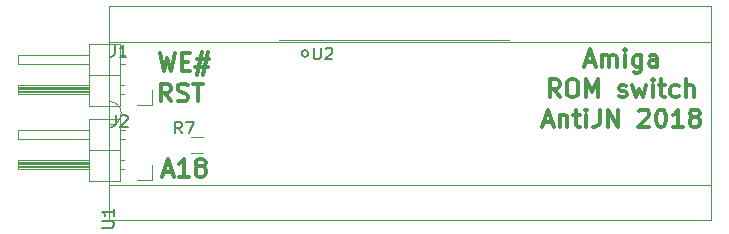
<source format=gbr>
G04 #@! TF.FileFunction,Legend,Top*
%FSLAX46Y46*%
G04 Gerber Fmt 4.6, Leading zero omitted, Abs format (unit mm)*
G04 Created by KiCad (PCBNEW 4.0.7) date 04/07/18 18:45:30*
%MOMM*%
%LPD*%
G01*
G04 APERTURE LIST*
%ADD10C,0.100000*%
%ADD11C,0.300000*%
%ADD12C,0.200000*%
%ADD13C,0.120000*%
%ADD14C,0.150000*%
G04 APERTURE END LIST*
D10*
D11*
X125404786Y-95817500D02*
X126119072Y-95817500D01*
X125261929Y-96246071D02*
X125761929Y-94746071D01*
X126261929Y-96246071D01*
X127547643Y-96246071D02*
X126690500Y-96246071D01*
X127119072Y-96246071D02*
X127119072Y-94746071D01*
X126976215Y-94960357D01*
X126833357Y-95103214D01*
X126690500Y-95174643D01*
X128404786Y-95388929D02*
X128261928Y-95317500D01*
X128190500Y-95246071D01*
X128119071Y-95103214D01*
X128119071Y-95031786D01*
X128190500Y-94888929D01*
X128261928Y-94817500D01*
X128404786Y-94746071D01*
X128690500Y-94746071D01*
X128833357Y-94817500D01*
X128904786Y-94888929D01*
X128976214Y-95031786D01*
X128976214Y-95103214D01*
X128904786Y-95246071D01*
X128833357Y-95317500D01*
X128690500Y-95388929D01*
X128404786Y-95388929D01*
X128261928Y-95460357D01*
X128190500Y-95531786D01*
X128119071Y-95674643D01*
X128119071Y-95960357D01*
X128190500Y-96103214D01*
X128261928Y-96174643D01*
X128404786Y-96246071D01*
X128690500Y-96246071D01*
X128833357Y-96174643D01*
X128904786Y-96103214D01*
X128976214Y-95960357D01*
X128976214Y-95674643D01*
X128904786Y-95531786D01*
X128833357Y-95460357D01*
X128690500Y-95388929D01*
X126026172Y-89883371D02*
X125526172Y-89169086D01*
X125169029Y-89883371D02*
X125169029Y-88383371D01*
X125740457Y-88383371D01*
X125883315Y-88454800D01*
X125954743Y-88526229D01*
X126026172Y-88669086D01*
X126026172Y-88883371D01*
X125954743Y-89026229D01*
X125883315Y-89097657D01*
X125740457Y-89169086D01*
X125169029Y-89169086D01*
X126597600Y-89811943D02*
X126811886Y-89883371D01*
X127169029Y-89883371D01*
X127311886Y-89811943D01*
X127383315Y-89740514D01*
X127454743Y-89597657D01*
X127454743Y-89454800D01*
X127383315Y-89311943D01*
X127311886Y-89240514D01*
X127169029Y-89169086D01*
X126883315Y-89097657D01*
X126740457Y-89026229D01*
X126669029Y-88954800D01*
X126597600Y-88811943D01*
X126597600Y-88669086D01*
X126669029Y-88526229D01*
X126740457Y-88454800D01*
X126883315Y-88383371D01*
X127240457Y-88383371D01*
X127454743Y-88454800D01*
X127883314Y-88383371D02*
X128740457Y-88383371D01*
X128311886Y-89883371D02*
X128311886Y-88383371D01*
X125080972Y-85817971D02*
X125438115Y-87317971D01*
X125723829Y-86246543D01*
X126009543Y-87317971D01*
X126366686Y-85817971D01*
X126938115Y-86532257D02*
X127438115Y-86532257D01*
X127652401Y-87317971D02*
X126938115Y-87317971D01*
X126938115Y-85817971D01*
X127652401Y-85817971D01*
X128223829Y-86317971D02*
X129295258Y-86317971D01*
X128652401Y-85675114D02*
X128223829Y-87603686D01*
X129152401Y-86960829D02*
X128080972Y-86960829D01*
X128723829Y-87603686D02*
X129152401Y-85675114D01*
X161139571Y-86536500D02*
X161853857Y-86536500D01*
X160996714Y-86965071D02*
X161496714Y-85465071D01*
X161996714Y-86965071D01*
X162496714Y-86965071D02*
X162496714Y-85965071D01*
X162496714Y-86107929D02*
X162568142Y-86036500D01*
X162711000Y-85965071D01*
X162925285Y-85965071D01*
X163068142Y-86036500D01*
X163139571Y-86179357D01*
X163139571Y-86965071D01*
X163139571Y-86179357D02*
X163211000Y-86036500D01*
X163353857Y-85965071D01*
X163568142Y-85965071D01*
X163711000Y-86036500D01*
X163782428Y-86179357D01*
X163782428Y-86965071D01*
X164496714Y-86965071D02*
X164496714Y-85965071D01*
X164496714Y-85465071D02*
X164425285Y-85536500D01*
X164496714Y-85607929D01*
X164568142Y-85536500D01*
X164496714Y-85465071D01*
X164496714Y-85607929D01*
X165853857Y-85965071D02*
X165853857Y-87179357D01*
X165782428Y-87322214D01*
X165711000Y-87393643D01*
X165568143Y-87465071D01*
X165353857Y-87465071D01*
X165211000Y-87393643D01*
X165853857Y-86893643D02*
X165711000Y-86965071D01*
X165425286Y-86965071D01*
X165282428Y-86893643D01*
X165211000Y-86822214D01*
X165139571Y-86679357D01*
X165139571Y-86250786D01*
X165211000Y-86107929D01*
X165282428Y-86036500D01*
X165425286Y-85965071D01*
X165711000Y-85965071D01*
X165853857Y-86036500D01*
X167211000Y-86965071D02*
X167211000Y-86179357D01*
X167139571Y-86036500D01*
X166996714Y-85965071D01*
X166711000Y-85965071D01*
X166568143Y-86036500D01*
X167211000Y-86893643D02*
X167068143Y-86965071D01*
X166711000Y-86965071D01*
X166568143Y-86893643D01*
X166496714Y-86750786D01*
X166496714Y-86607929D01*
X166568143Y-86465071D01*
X166711000Y-86393643D01*
X167068143Y-86393643D01*
X167211000Y-86322214D01*
X158961000Y-89515071D02*
X158461000Y-88800786D01*
X158103857Y-89515071D02*
X158103857Y-88015071D01*
X158675285Y-88015071D01*
X158818143Y-88086500D01*
X158889571Y-88157929D01*
X158961000Y-88300786D01*
X158961000Y-88515071D01*
X158889571Y-88657929D01*
X158818143Y-88729357D01*
X158675285Y-88800786D01*
X158103857Y-88800786D01*
X159889571Y-88015071D02*
X160175285Y-88015071D01*
X160318143Y-88086500D01*
X160461000Y-88229357D01*
X160532428Y-88515071D01*
X160532428Y-89015071D01*
X160461000Y-89300786D01*
X160318143Y-89443643D01*
X160175285Y-89515071D01*
X159889571Y-89515071D01*
X159746714Y-89443643D01*
X159603857Y-89300786D01*
X159532428Y-89015071D01*
X159532428Y-88515071D01*
X159603857Y-88229357D01*
X159746714Y-88086500D01*
X159889571Y-88015071D01*
X161175286Y-89515071D02*
X161175286Y-88015071D01*
X161675286Y-89086500D01*
X162175286Y-88015071D01*
X162175286Y-89515071D01*
X163961000Y-89443643D02*
X164103857Y-89515071D01*
X164389572Y-89515071D01*
X164532429Y-89443643D01*
X164603857Y-89300786D01*
X164603857Y-89229357D01*
X164532429Y-89086500D01*
X164389572Y-89015071D01*
X164175286Y-89015071D01*
X164032429Y-88943643D01*
X163961000Y-88800786D01*
X163961000Y-88729357D01*
X164032429Y-88586500D01*
X164175286Y-88515071D01*
X164389572Y-88515071D01*
X164532429Y-88586500D01*
X165103858Y-88515071D02*
X165389572Y-89515071D01*
X165675286Y-88800786D01*
X165961001Y-89515071D01*
X166246715Y-88515071D01*
X166818144Y-89515071D02*
X166818144Y-88515071D01*
X166818144Y-88015071D02*
X166746715Y-88086500D01*
X166818144Y-88157929D01*
X166889572Y-88086500D01*
X166818144Y-88015071D01*
X166818144Y-88157929D01*
X167318144Y-88515071D02*
X167889573Y-88515071D01*
X167532430Y-88015071D02*
X167532430Y-89300786D01*
X167603858Y-89443643D01*
X167746716Y-89515071D01*
X167889573Y-89515071D01*
X169032430Y-89443643D02*
X168889573Y-89515071D01*
X168603859Y-89515071D01*
X168461001Y-89443643D01*
X168389573Y-89372214D01*
X168318144Y-89229357D01*
X168318144Y-88800786D01*
X168389573Y-88657929D01*
X168461001Y-88586500D01*
X168603859Y-88515071D01*
X168889573Y-88515071D01*
X169032430Y-88586500D01*
X169675287Y-89515071D02*
X169675287Y-88015071D01*
X170318144Y-89515071D02*
X170318144Y-88729357D01*
X170246715Y-88586500D01*
X170103858Y-88515071D01*
X169889573Y-88515071D01*
X169746715Y-88586500D01*
X169675287Y-88657929D01*
X157603858Y-91636500D02*
X158318144Y-91636500D01*
X157461001Y-92065071D02*
X157961001Y-90565071D01*
X158461001Y-92065071D01*
X158961001Y-91065071D02*
X158961001Y-92065071D01*
X158961001Y-91207929D02*
X159032429Y-91136500D01*
X159175287Y-91065071D01*
X159389572Y-91065071D01*
X159532429Y-91136500D01*
X159603858Y-91279357D01*
X159603858Y-92065071D01*
X160103858Y-91065071D02*
X160675287Y-91065071D01*
X160318144Y-90565071D02*
X160318144Y-91850786D01*
X160389572Y-91993643D01*
X160532430Y-92065071D01*
X160675287Y-92065071D01*
X161175287Y-92065071D02*
X161175287Y-91065071D01*
X161175287Y-90565071D02*
X161103858Y-90636500D01*
X161175287Y-90707929D01*
X161246715Y-90636500D01*
X161175287Y-90565071D01*
X161175287Y-90707929D01*
X162318144Y-90565071D02*
X162318144Y-91636500D01*
X162246716Y-91850786D01*
X162103859Y-91993643D01*
X161889573Y-92065071D01*
X161746716Y-92065071D01*
X163032430Y-92065071D02*
X163032430Y-90565071D01*
X163889573Y-92065071D01*
X163889573Y-90565071D01*
X165675287Y-90707929D02*
X165746716Y-90636500D01*
X165889573Y-90565071D01*
X166246716Y-90565071D01*
X166389573Y-90636500D01*
X166461002Y-90707929D01*
X166532430Y-90850786D01*
X166532430Y-90993643D01*
X166461002Y-91207929D01*
X165603859Y-92065071D01*
X166532430Y-92065071D01*
X167461001Y-90565071D02*
X167603858Y-90565071D01*
X167746715Y-90636500D01*
X167818144Y-90707929D01*
X167889573Y-90850786D01*
X167961001Y-91136500D01*
X167961001Y-91493643D01*
X167889573Y-91779357D01*
X167818144Y-91922214D01*
X167746715Y-91993643D01*
X167603858Y-92065071D01*
X167461001Y-92065071D01*
X167318144Y-91993643D01*
X167246715Y-91922214D01*
X167175287Y-91779357D01*
X167103858Y-91493643D01*
X167103858Y-91136500D01*
X167175287Y-90850786D01*
X167246715Y-90707929D01*
X167318144Y-90636500D01*
X167461001Y-90565071D01*
X169389572Y-92065071D02*
X168532429Y-92065071D01*
X168961001Y-92065071D02*
X168961001Y-90565071D01*
X168818144Y-90779357D01*
X168675286Y-90922214D01*
X168532429Y-90993643D01*
X170246715Y-91207929D02*
X170103857Y-91136500D01*
X170032429Y-91065071D01*
X169961000Y-90922214D01*
X169961000Y-90850786D01*
X170032429Y-90707929D01*
X170103857Y-90636500D01*
X170246715Y-90565071D01*
X170532429Y-90565071D01*
X170675286Y-90636500D01*
X170746715Y-90707929D01*
X170818143Y-90850786D01*
X170818143Y-90922214D01*
X170746715Y-91065071D01*
X170675286Y-91136500D01*
X170532429Y-91207929D01*
X170246715Y-91207929D01*
X170103857Y-91279357D01*
X170032429Y-91350786D01*
X169961000Y-91493643D01*
X169961000Y-91779357D01*
X170032429Y-91922214D01*
X170103857Y-91993643D01*
X170246715Y-92065071D01*
X170532429Y-92065071D01*
X170675286Y-91993643D01*
X170746715Y-91922214D01*
X170818143Y-91779357D01*
X170818143Y-91493643D01*
X170746715Y-91350786D01*
X170675286Y-91279357D01*
X170532429Y-91207929D01*
D12*
X137662307Y-85829140D02*
G75*
G03X137662307Y-85829140I-283867J0D01*
G01*
D13*
X120818600Y-89893900D02*
G75*
G02X120818600Y-91893900I0J-1000000D01*
G01*
X120818600Y-91893900D02*
X120818600Y-96953900D01*
X120818600Y-96953900D02*
X171738600Y-96953900D01*
X171738600Y-96953900D02*
X171738600Y-84833900D01*
X171738600Y-84833900D02*
X120818600Y-84833900D01*
X120818600Y-84833900D02*
X120818600Y-89893900D01*
X120758600Y-99953900D02*
X171798600Y-99953900D01*
X171798600Y-99953900D02*
X171798600Y-81833900D01*
X171798600Y-81833900D02*
X120758600Y-81833900D01*
X120758600Y-81833900D02*
X120758600Y-99953900D01*
X136215000Y-96925000D02*
X154615000Y-96925000D01*
D10*
X154615000Y-84685000D02*
X135215000Y-84685000D01*
D13*
X121750000Y-90230000D02*
X121750000Y-85030000D01*
X121750000Y-85030000D02*
X119090000Y-85030000D01*
X119090000Y-85030000D02*
X119090000Y-90230000D01*
X119090000Y-90230000D02*
X121750000Y-90230000D01*
X119090000Y-89280000D02*
X113090000Y-89280000D01*
X113090000Y-89280000D02*
X113090000Y-88520000D01*
X113090000Y-88520000D02*
X119090000Y-88520000D01*
X119090000Y-89220000D02*
X113090000Y-89220000D01*
X119090000Y-89100000D02*
X113090000Y-89100000D01*
X119090000Y-88980000D02*
X113090000Y-88980000D01*
X119090000Y-88860000D02*
X113090000Y-88860000D01*
X119090000Y-88740000D02*
X113090000Y-88740000D01*
X119090000Y-88620000D02*
X113090000Y-88620000D01*
X122080000Y-89280000D02*
X121750000Y-89280000D01*
X122080000Y-88520000D02*
X121750000Y-88520000D01*
X121750000Y-87630000D02*
X119090000Y-87630000D01*
X119090000Y-86740000D02*
X113090000Y-86740000D01*
X113090000Y-86740000D02*
X113090000Y-85980000D01*
X113090000Y-85980000D02*
X119090000Y-85980000D01*
X122147071Y-86740000D02*
X121750000Y-86740000D01*
X122147071Y-85980000D02*
X121750000Y-85980000D01*
X124460000Y-88900000D02*
X124460000Y-90170000D01*
X124460000Y-90170000D02*
X123190000Y-90170000D01*
X121750000Y-96580000D02*
X121750000Y-91380000D01*
X121750000Y-91380000D02*
X119090000Y-91380000D01*
X119090000Y-91380000D02*
X119090000Y-96580000D01*
X119090000Y-96580000D02*
X121750000Y-96580000D01*
X119090000Y-95630000D02*
X113090000Y-95630000D01*
X113090000Y-95630000D02*
X113090000Y-94870000D01*
X113090000Y-94870000D02*
X119090000Y-94870000D01*
X119090000Y-95570000D02*
X113090000Y-95570000D01*
X119090000Y-95450000D02*
X113090000Y-95450000D01*
X119090000Y-95330000D02*
X113090000Y-95330000D01*
X119090000Y-95210000D02*
X113090000Y-95210000D01*
X119090000Y-95090000D02*
X113090000Y-95090000D01*
X119090000Y-94970000D02*
X113090000Y-94970000D01*
X122080000Y-95630000D02*
X121750000Y-95630000D01*
X122080000Y-94870000D02*
X121750000Y-94870000D01*
X121750000Y-93980000D02*
X119090000Y-93980000D01*
X119090000Y-93090000D02*
X113090000Y-93090000D01*
X113090000Y-93090000D02*
X113090000Y-92330000D01*
X113090000Y-92330000D02*
X119090000Y-92330000D01*
X122147071Y-93090000D02*
X121750000Y-93090000D01*
X122147071Y-92330000D02*
X121750000Y-92330000D01*
X124460000Y-95250000D02*
X124460000Y-96520000D01*
X124460000Y-96520000D02*
X123190000Y-96520000D01*
X128706500Y-94215500D02*
X127706500Y-94215500D01*
X127706500Y-92855500D02*
X128706500Y-92855500D01*
D14*
X120203981Y-100558505D02*
X121013505Y-100558505D01*
X121108743Y-100510886D01*
X121156362Y-100463267D01*
X121203981Y-100368029D01*
X121203981Y-100177552D01*
X121156362Y-100082314D01*
X121108743Y-100034695D01*
X121013505Y-99987076D01*
X120203981Y-99987076D01*
X121203981Y-98987076D02*
X121203981Y-99558505D01*
X121203981Y-99272791D02*
X120203981Y-99272791D01*
X120346838Y-99368029D01*
X120442076Y-99463267D01*
X120489695Y-99558505D01*
X138125295Y-85329781D02*
X138125295Y-86139305D01*
X138172914Y-86234543D01*
X138220533Y-86282162D01*
X138315771Y-86329781D01*
X138506248Y-86329781D01*
X138601486Y-86282162D01*
X138649105Y-86234543D01*
X138696724Y-86139305D01*
X138696724Y-85329781D01*
X139125295Y-85425019D02*
X139172914Y-85377400D01*
X139268152Y-85329781D01*
X139506248Y-85329781D01*
X139601486Y-85377400D01*
X139649105Y-85425019D01*
X139696724Y-85520257D01*
X139696724Y-85615495D01*
X139649105Y-85758352D01*
X139077676Y-86329781D01*
X139696724Y-86329781D01*
X121256467Y-85101181D02*
X121256467Y-85815467D01*
X121208847Y-85958324D01*
X121113609Y-86053562D01*
X120970752Y-86101181D01*
X120875514Y-86101181D01*
X122256467Y-86101181D02*
X121685038Y-86101181D01*
X121970752Y-86101181D02*
X121970752Y-85101181D01*
X121875514Y-85244038D01*
X121780276Y-85339276D01*
X121685038Y-85386895D01*
X121358067Y-91044781D02*
X121358067Y-91759067D01*
X121310447Y-91901924D01*
X121215209Y-91997162D01*
X121072352Y-92044781D01*
X120977114Y-92044781D01*
X121786638Y-91140019D02*
X121834257Y-91092400D01*
X121929495Y-91044781D01*
X122167591Y-91044781D01*
X122262829Y-91092400D01*
X122310448Y-91140019D01*
X122358067Y-91235257D01*
X122358067Y-91330495D01*
X122310448Y-91473352D01*
X121739019Y-92044781D01*
X122358067Y-92044781D01*
X126960334Y-92590881D02*
X126627000Y-92114690D01*
X126388905Y-92590881D02*
X126388905Y-91590881D01*
X126769858Y-91590881D01*
X126865096Y-91638500D01*
X126912715Y-91686119D01*
X126960334Y-91781357D01*
X126960334Y-91924214D01*
X126912715Y-92019452D01*
X126865096Y-92067071D01*
X126769858Y-92114690D01*
X126388905Y-92114690D01*
X127293667Y-91590881D02*
X127960334Y-91590881D01*
X127531762Y-92590881D01*
M02*

</source>
